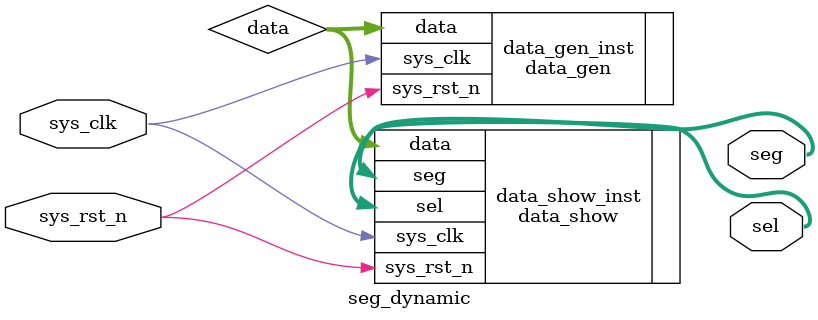
<source format=v>
module seg_dynamic
(
    input   wire            sys_clk     ,
    input   wire            sys_rst_n   ,
    
    output  wire    [7:0]   seg         ,
    output  wire    [7:0]   sel     
);

wire    [15:0]  data;

data_gen
#(
    .CNT_MAX  (23'd4_999_999),
    .DATA_MAX (16'hFFFF)
)
data_gen_inst
(
    .sys_clk    (sys_clk  ),
    .sys_rst_n  (sys_rst_n),
    
    .data       (data     )
);

data_show data_show_inst
(
    .sys_clk     (sys_clk    ),
    .sys_rst_n   (sys_rst_n  ),
    .data        (data       ),
   
    .seg         (seg        ),
    .sel         (sel        )
);
    
endmodule
</source>
